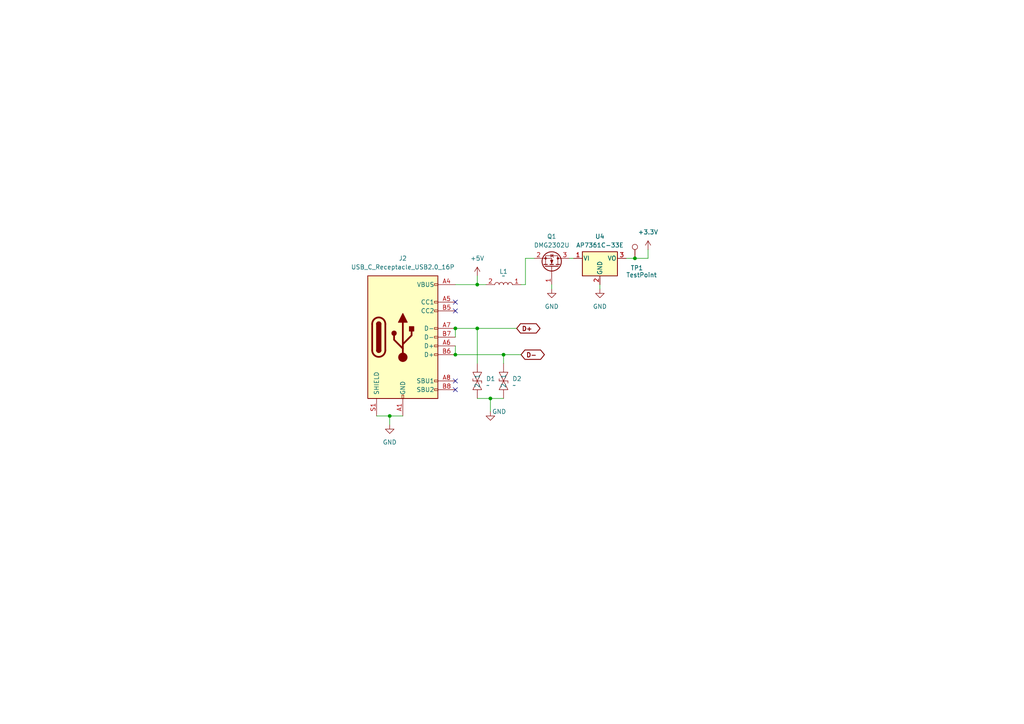
<source format=kicad_sch>
(kicad_sch (version 20231120) (generator "eeschema") (generator_version "8.0")
  (paper "A4")
  (lib_symbols
    (symbol "Connector:TestPoint" (pin_numbers hide) (pin_names (offset 0.762) hide)
      (property "Reference" "TP" (at 0 6.858 0))
      (property "Value" "TestPoint" (at 0 5.08 0))
      (symbol "TestPoint_0_1"
        (circle (center 0 3.302) (radius 0.762))
      )
      (symbol "TestPoint_1_1"
        (pin passive line (at 0 0 90) (length 2.54) (name "1") (number "1"))
      )
    )
    (symbol "Connector:USB_C_Receptacle_USB2.0_16P" (pin_names (offset 1.016))
      (property "Reference" "J" (at 0 22.225 0))
      (property "Value" "USB_C_Receptacle_USB2.0_16P" (at 0 19.685 0))
      (symbol "USB_C_Receptacle_USB2.0_16P_0_0"
        (rectangle (start -0.254 -17.78) (end 0.254 -16.764))
        (rectangle (start 10.16 -14.986) (end 9.144 -15.494))
        (rectangle (start 10.16 -12.446) (end 9.144 -12.954))
        (rectangle (start 10.16 -4.826) (end 9.144 -5.334))
        (rectangle (start 10.16 -2.286) (end 9.144 -2.794))
        (rectangle (start 10.16 0.254) (end 9.144 -0.254))
        (rectangle (start 10.16 2.794) (end 9.144 2.286))
        (rectangle (start 10.16 7.874) (end 9.144 7.366))
        (rectangle (start 10.16 10.414) (end 9.144 9.906))
        (rectangle (start 10.16 15.494) (end 9.144 14.986))
      )
      (symbol "USB_C_Receptacle_USB2.0_16P_0_1"
        (rectangle (start -10.16 17.78) (end 10.16 -17.78) (stroke (width 0.254)) (fill (type background)))
        (arc (start -8.89 -3.81) (mid -6.985 -5.7067) (end -5.08 -3.81) (stroke (width 0.508)))
        (arc (start -7.62 -3.81) (mid -6.985 -4.4423) (end -6.35 -3.81) (stroke (width 0.254)))
        (arc (start -7.62 -3.81) (mid -6.985 -4.4423) (end -6.35 -3.81) (stroke (width 0.254)) (fill (type outline)))
        (rectangle (start -7.62 -3.81) (end -6.35 3.81) (stroke (width 0.254)) (fill (type outline)))
        (arc (start -6.35 3.81) (mid -6.985 4.4423) (end -7.62 3.81) (stroke (width 0.254)))
        (arc (start -6.35 3.81) (mid -6.985 4.4423) (end -7.62 3.81) (stroke (width 0.254)) (fill (type outline)))
        (arc (start -5.08 3.81) (mid -6.985 5.7067) (end -8.89 3.81) (stroke (width 0.508)))
        (circle (center -2.54 1.143) (radius 0.635) (stroke (width 0.254)) (fill (type outline)))
        (circle (center 0 -5.842) (radius 1.27) (fill (type outline)))
        (polyline (pts (xy -8.89 -3.81) (xy -8.89 3.81)) (stroke (width 0.508)))
        (polyline (pts (xy -5.08 3.81) (xy -5.08 -3.81)) (stroke (width 0.508)))
        (polyline (pts (xy 0 -5.842) (xy 0 4.318)) (stroke (width 0.508)))
        (polyline (pts (xy 0 -3.302) (xy -2.54 -0.762) (xy -2.54 0.508)) (stroke (width 0.508)))
        (polyline (pts (xy 0 -2.032) (xy 2.54 0.508) (xy 2.54 1.778)) (stroke (width 0.508)))
        (polyline (pts (xy -1.27 4.318) (xy 0 6.858) (xy 1.27 4.318) (xy -1.27 4.318)) (stroke (width 0.254)) (fill (type outline)))
        (rectangle (start 1.905 1.778) (end 3.175 3.048) (stroke (width 0.254)) (fill (type outline)))
      )
      (symbol "USB_C_Receptacle_USB2.0_16P_1_1"
        (pin passive line (at 0 -22.86 90) (length 5.08) (name "GND") (number "A1"))
        (pin passive line (at 0 -22.86 90) (length 5.08) hide (name "GND") (number "A12"))
        (pin passive line (at 15.24 15.24 180) (length 5.08) (name "VBUS") (number "A4"))
        (pin bidirectional line (at 15.24 10.16 180) (length 5.08) (name "CC1") (number "A5"))
        (pin bidirectional line (at 15.24 -2.54 180) (length 5.08) (name "D+") (number "A6"))
        (pin bidirectional line (at 15.24 2.54 180) (length 5.08) (name "D-") (number "A7"))
        (pin bidirectional line (at 15.24 -12.7 180) (length 5.08) (name "SBU1") (number "A8"))
        (pin passive line (at 15.24 15.24 180) (length 5.08) hide (name "VBUS") (number "A9"))
        (pin passive line (at 0 -22.86 90) (length 5.08) hide (name "GND") (number "B1"))
        (pin passive line (at 0 -22.86 90) (length 5.08) hide (name "GND") (number "B12"))
        (pin passive line (at 15.24 15.24 180) (length 5.08) hide (name "VBUS") (number "B4"))
        (pin bidirectional line (at 15.24 7.62 180) (length 5.08) (name "CC2") (number "B5"))
        (pin bidirectional line (at 15.24 -5.08 180) (length 5.08) (name "D+") (number "B6"))
        (pin bidirectional line (at 15.24 0 180) (length 5.08) (name "D-") (number "B7"))
        (pin bidirectional line (at 15.24 -15.24 180) (length 5.08) (name "SBU2") (number "B8"))
        (pin passive line (at 15.24 15.24 180) (length 5.08) hide (name "VBUS") (number "B9"))
        (pin passive line (at -7.62 -22.86 90) (length 5.08) (name "SHIELD") (number "S1"))
      )
    )
    (symbol "Local_symbols:BK0603HS601-T"
      (property "Reference" "L" (at -2.286 3.048 0))
      (symbol "BK0603HS601-T_0_1"
        (arc (start 0 0) (mid 0.635 0.635) (end 0 1.27))
        (arc (start 0 1.27) (mid 0.635 1.905) (end 0 2.54))
        (arc (start 0 2.54) (mid 0.635 3.175) (end 0 3.81))
        (arc (start 0 3.81) (mid 0.635 4.445) (end 0 5.08))
      )
      (symbol "BK0603HS601-T_1_1"
        (pin passive line (at 0 -2.54 90) (length 2.54) (name "") (number "1"))
        (pin passive line (at 0 7.62 270) (length 2.54) (name "") (number "2"))
      )
    )
    (symbol "Local_symbols:PGB1010603NR"
      (property "Reference" "D" (at -0.762 2.286 0))
      (symbol "PGB1010603NR_0_1"
        (polyline (pts (xy 0 -1.27) (xy -0.635 -1.27)))
        (polyline (pts (xy 0 1.27) (xy 0 -1.27)))
        (polyline (pts (xy 0 1.27) (xy 0.635 1.27)))
        (polyline (pts (xy -2.54 1.27) (xy -2.54 -1.27) (xy 0 0) (xy -2.54 1.27)))
        (polyline (pts (xy 0 0) (xy 2.54 1.27) (xy 2.54 -1.27) (xy 0 0)))
      )
      (symbol "PGB1010603NR_1_1"
        (pin input line (at 5.08 0 180) (length 2.54) (name "1") (number ""))
        (pin input line (at -5.08 0 0) (length 2.54) (name "2") (number ""))
      )
    )
    (symbol "Transistor_FET:DMG2302U" (pin_names hide)
      (property "Reference" "Q" (at 5.08 1.905 0))
      (property "Value" "DMG2302U" (at 5.08 0 0))
      (symbol "DMG2302U_0_1"
        (polyline (pts (xy 0.254 0) (xy -2.54 0)))
        (polyline (pts (xy 0.254 1.905) (xy 0.254 -1.905)) (stroke (width 0.254)))
        (polyline (pts (xy 0.762 -1.27) (xy 0.762 -2.286)) (stroke (width 0.254)))
        (polyline (pts (xy 0.762 0.508) (xy 0.762 -0.508)) (stroke (width 0.254)))
        (polyline (pts (xy 0.762 2.286) (xy 0.762 1.27)) (stroke (width 0.254)))
        (polyline (pts (xy 2.54 2.54) (xy 2.54 1.778)))
        (polyline (pts (xy 2.54 -2.54) (xy 2.54 0) (xy 0.762 0)))
        (polyline (pts (xy 0.762 -1.778) (xy 3.302 -1.778) (xy 3.302 1.778) (xy 0.762 1.778)))
        (polyline (pts (xy 1.016 0) (xy 2.032 0.381) (xy 2.032 -0.381) (xy 1.016 0)) (fill (type outline)))
        (polyline (pts (xy 2.794 0.508) (xy 2.921 0.381) (xy 3.683 0.381) (xy 3.81 0.254)))
        (polyline (pts (xy 3.302 0.381) (xy 2.921 -0.254) (xy 3.683 -0.254) (xy 3.302 0.381)))
        (circle (center 1.651 0) (radius 2.794) (stroke (width 0.254)))
        (circle (center 2.54 -1.778) (radius 0.254) (fill (type outline)))
        (circle (center 2.54 1.778) (radius 0.254) (fill (type outline)))
      )
      (symbol "DMG2302U_1_1"
        (pin input line (at -5.08 0 0) (length 2.54) (name "G") (number "1"))
        (pin passive line (at 2.54 -5.08 90) (length 2.54) (name "S") (number "2"))
        (pin passive line (at 2.54 5.08 270) (length 2.54) (name "D") (number "3"))
      )
    )
    (symbol "_Regulator_Linear:AP7361C-33E" (pin_names (offset 0.254))
      (property "Reference" "U" (at -3.81 3.175 0))
      (property "Value" "AP7361C-33E" (at 0 3.175 0))
      (symbol "AP7361C-33E_0_1"
        (rectangle (start -5.08 -5.08) (end 5.08 1.905) (stroke (width 0.254)) (fill (type background)))
      )
      (symbol "AP7361C-33E_1_1"
        (pin power_in line (at -7.62 0 0) (length 2.54) (name "VI") (number "1"))
        (pin power_in line (at 0 -7.62 90) (length 2.54) (name "GND") (number "2"))
        (pin power_out line (at 7.62 0 180) (length 2.54) (name "VO") (number "3"))
      )
    )
    (symbol "power:+3.3V" (power) (pin_names (offset 0))
      (property "Value" "+3.3V" (at 0 3.556 0))
      (symbol "+3.3V_0_1"
        (polyline (pts (xy -0.762 1.27) (xy 0 2.54)))
        (polyline (pts (xy 0 0) (xy 0 2.54)))
        (polyline (pts (xy 0 2.54) (xy 0.762 1.27)))
      )
      (symbol "+3.3V_1_1"
        (pin power_in line (at 0 0 90) (length 0) hide (name "+3.3V") (number "1"))
      )
    )
    (symbol "power:+5V" (power) (pin_names (offset 0))
      (property "Value" "+5V" (at 0 3.556 0))
      (symbol "+5V_0_1"
        (polyline (pts (xy -0.762 1.27) (xy 0 2.54)))
        (polyline (pts (xy 0 0) (xy 0 2.54)))
        (polyline (pts (xy 0 2.54) (xy 0.762 1.27)))
      )
      (symbol "+5V_1_1"
        (pin power_in line (at 0 0 90) (length 0) hide (name "+5V") (number "1"))
      )
    )
    (symbol "power:GND" (power) (pin_names (offset 0))
      (property "Value" "GND" (at 0 -3.81 0))
      (symbol "GND_0_1"
        (polyline (pts (xy 0 0) (xy 0 -1.27) (xy 1.27 -1.27) (xy 0 -2.54) (xy -1.27 -1.27) (xy 0 -1.27)))
      )
      (symbol "GND_1_1"
        (pin power_in line (at 0 0 270) (length 0) hide (name "GND") (number "1"))
      )
    )
  )
  (junction (at 132.08 102.87))
  (junction (at 138.43 82.55))
  (junction (at 132.08 95.25))
  (junction (at 138.43 95.25))
  (junction (at 146.05 102.87))
  (junction (at 142.24 115.57))
  (junction (at 184.15 74.93))
  (junction (at 113.03 120.65))
  (no_connect (at 132.08 87.63))
  (no_connect (at 132.08 90.17))
  (no_connect (at 132.08 110.49))
  (no_connect (at 132.08 113.03))
  (wire (pts (xy 152.4 82.55) (xy 151.13 82.55)))
  (wire (pts (xy 132.08 82.55) (xy 138.43 82.55)))
  (wire (pts (xy 132.08 102.87) (xy 146.05 102.87)))
  (wire (pts (xy 138.43 115.57) (xy 142.24 115.57)))
  (wire (pts (xy 138.43 80.01) (xy 138.43 82.55)))
  (wire (pts (xy 181.61 74.93) (xy 184.15 74.93)))
  (wire (pts (xy 132.08 100.33) (xy 132.08 102.87)))
  (wire (pts (xy 138.43 95.25) (xy 138.43 105.41)))
  (wire (pts (xy 132.08 95.25) (xy 132.08 97.79)))
  (wire (pts (xy 138.43 95.25) (xy 149.86 95.25)))
  (wire (pts (xy 146.05 102.87) (xy 146.05 105.41)))
  (wire (pts (xy 173.99 82.55) (xy 173.99 83.82)))
  (wire (pts (xy 142.24 115.57) (xy 142.24 119.38)))
  (wire (pts (xy 165.1 74.93) (xy 166.37 74.93)))
  (wire (pts (xy 113.03 120.65) (xy 116.84 120.65)))
  (wire (pts (xy 152.4 74.93) (xy 152.4 82.55)))
  (wire (pts (xy 142.24 115.57) (xy 146.05 115.57)))
  (wire (pts (xy 109.22 120.65) (xy 113.03 120.65)))
  (wire (pts (xy 184.15 74.93) (xy 187.96 74.93)))
  (wire (pts (xy 132.08 95.25) (xy 138.43 95.25)))
  (wire (pts (xy 138.43 82.55) (xy 140.97 82.55)))
  (wire (pts (xy 187.96 72.39) (xy 187.96 74.93)))
  (wire (pts (xy 160.02 82.55) (xy 160.02 83.82)))
  (wire (pts (xy 113.03 120.65) (xy 113.03 123.19)))
  (wire (pts (xy 146.05 102.87) (xy 151.13 102.87)))
  (wire (pts (xy 152.4 74.93) (xy 154.94 74.93)))
  (global_label "D-" (shape bidirectional) (at 151.13 102.87 0) (effects (font (bold yes))) (property "Intersheetrefs" "${INTERSHEET_REFS}" (effects (hide yes))))
  (global_label "D+" (shape bidirectional) (at 149.86 95.25 0) (effects (font (bold yes))) (property "Intersheetrefs" "${INTERSHEET_REFS}" (effects (hide yes))))
  (symbol (lib_id "power:GND") (at 160.02 83.82 0) (mirror y) (unit 1)
    (property "Reference" "#PWR016" (effects (hide yes)))
    (property "Value" "GND" (at 160.02 88.9 0))
    (property "Description" "Power symbol creates a global label with name \"GND\" , ground" (effects (hide yes)))
  )
  (symbol (lib_id "Local_symbols:PGB1010603NR") (at 138.43 110.49 90) (unit 1)
    (property "Reference" "D1" (at 140.97 109.8549 90) (effects (justify right)))
    (property "Value" "~" (at 140.97 111.76 90) (effects (justify right)))
    (property "Footprint" "Local_Footprints:smd_pad_1.27m_0.76m" (effects (hide yes)))
  )
  (symbol (lib_id "power:GND") (at 173.99 83.82 0) (mirror y) (unit 1)
    (property "Reference" "#PWR014" (effects (hide yes)))
    (property "Value" "GND" (at 173.99 88.9 0))
    (property "Description" "Power symbol creates a global label with name \"GND\" , ground" (effects (hide yes)))
  )
  (symbol (lib_id "power:+3.3V") (at 187.96 72.39 0) (mirror y) (unit 1)
    (property "Reference" "#PWR015" (effects (hide yes)))
    (property "Value" "+3.3V" (at 187.96 67.31 0))
    (property "Description" "Power symbol creates a global label with name \"+3.3V\"" (effects (hide yes)))
  )
  (symbol (lib_id "Connector:USB_C_Receptacle_USB2.0_16P") (at 116.84 97.79 0) (unit 1)
    (property "Reference" "J2" (at 116.84 74.93 0))
    (property "Value" "USB_C_Receptacle_USB2.0_16P" (at 116.84 77.47 0))
    (property "Datasheet" "https://www.usb.org/sites/default/files/documents/usb_type-c.zip" (effects (hide yes)))
    (property "Description" "USB 2.0-only 16P Type-C Receptacle connector" (effects (hide yes)))
  )
  (symbol (lib_id "Transistor_FET:DMG2302U") (at 160.02 77.47 270) (mirror x) (unit 1)
    (property "Reference" "Q1" (at 160.02 68.58 90))
    (property "Value" "DMG2302U" (at 160.02 71.12 90))
    (property "Footprint" "Package_TO_SOT_SMD:SOT-23" (effects (hide yes)))
    (property "Datasheet" "http://www.diodes.com/assets/Datasheets/DMG2302U.pdf" (effects (hide yes)))
    (property "Description" "4.2A Id, 20V Vds, N-Channel MOSFET, SOT-23" (effects (hide yes)))
  )
  (symbol (lib_id "Local_symbols:BK0603HS601-T") (at 148.59 82.55 90) (unit 1)
    (property "Reference" "L1" (at 146.05 78.74 90))
    (property "Value" "~" (at 146.05 80.01 90))
    (property "Footprint" "Inductor_SMD:L_0201_0603Metric" (effects (hide yes)))
  )
  (symbol (lib_id "Connector:TestPoint") (at 184.15 74.93 0) (unit 1)
    (property "Reference" "TP1" (at 182.88 77.724 0) (effects (justify left)))
    (property "Value" "TestPoint" (at 181.61 79.756 0) (effects (justify left)))
    (property "Footprint" "TestPoint:TestPoint_Pad_D1.0mm" (effects (hide yes)))
    (property "Description" "test point" (effects (hide yes)))
  )
  (symbol (lib_id "Local_symbols:PGB1010603NR") (at 146.05 110.49 90) (unit 1)
    (property "Reference" "D2" (at 148.59 109.8549 90) (effects (justify right)))
    (property "Value" "~" (at 148.59 111.76 90) (effects (justify right)))
    (property "Footprint" "Local_Footprints:smd_pad_1.27m_0.76m" (effects (hide yes)))
  )
  (symbol (lib_id "_Regulator_Linear:AP7361C-33E") (at 173.99 74.93 0) (unit 1)
    (property "Reference" "U4" (at 173.99 68.58 0))
    (property "Value" "AP7361C-33E" (at 173.99 71.12 0))
    (property "Footprint" "Package_DFN_QFN:DFN-8-1EP_3x3mm_P0.65mm_EP1.7x2.05mm" (effects (hide yes)))
    (property "Datasheet" "https://www.diodes.com/assets/Datasheets/AP7361C.pdf" (effects (hide yes)))
    (property "Description" "1A Low Dropout regulator, positive, 3.3V fixed output, SOT-223" (effects (hide yes)))
  )
  (symbol (lib_id "power:GND") (at 142.24 119.38 0) (mirror y) (unit 1)
    (property "Reference" "#PWR013" (effects (hide yes)))
    (property "Value" "GND" (at 144.78 119.38 0))
    (property "Description" "Power symbol creates a global label with name \"GND\" , ground" (effects (hide yes)))
  )
  (symbol (lib_id "power:GND") (at 113.03 123.19 0) (mirror y) (unit 1)
    (property "Reference" "#PWR010" (effects (hide yes)))
    (property "Value" "GND" (at 113.03 128.27 0))
    (property "Description" "Power symbol creates a global label with name \"GND\" , ground" (effects (hide yes)))
  )
  (symbol (lib_id "power:+5V") (at 138.43 80.01 0) (unit 1)
    (property "Reference" "#PWR09" (effects (hide yes)))
    (property "Value" "+5V" (at 138.43 74.93 0))
    (property "Description" "Power symbol creates a global label with name \"+5V\"" (effects (hide yes)))
  )
)
</source>
